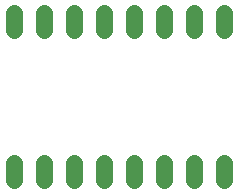
<source format=gbl>
G75*
G70*
%OFA0B0*%
%FSLAX24Y24*%
%IPPOS*%
%LPD*%
%AMOC8*
5,1,8,0,0,1.08239X$1,22.5*
%
%ADD10C,0.0560*%
D10*
X001106Y000828D02*
X001106Y001388D01*
X002106Y001388D02*
X002106Y000828D01*
X003106Y000828D02*
X003106Y001388D01*
X004106Y001388D02*
X004106Y000828D01*
X005106Y000828D02*
X005106Y001388D01*
X006106Y001388D02*
X006106Y000828D01*
X007106Y000828D02*
X007106Y001388D01*
X008106Y001388D02*
X008106Y000828D01*
X008106Y005828D02*
X008106Y006388D01*
X007106Y006388D02*
X007106Y005828D01*
X006106Y005828D02*
X006106Y006388D01*
X005106Y006388D02*
X005106Y005828D01*
X004106Y005828D02*
X004106Y006388D01*
X003106Y006388D02*
X003106Y005828D01*
X002106Y005828D02*
X002106Y006388D01*
X001106Y006388D02*
X001106Y005828D01*
M02*

</source>
